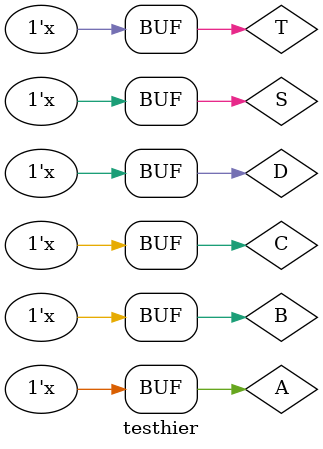
<source format=v>
`timescale 1ns/1ps

module decoder2_2_4(input S1,input S0,output O0,output O1,output O2,output O3);
  assign O0 = ~S1 & ~S0;
  assign O1 = ~S1 &  S0;
  assign O2 =  S1 & ~S0;
  assign O3 =  S1 &  S0;
endmodule

module mux4_2_1_decoder_based(input A,B,C,D,input S,T,output O);
  wire D0,D1,D2,D3;
  wire P1,P2,P3,P4;
  decoder2_2_4 dec (S,T,D0,D1,D2,D3);
  and (P1, D0, A);
  and (P2, D1, B);
  and (P3, D2, C);
  and (P4, D3, D);
  or  (O, P1,P2,P3,P4);
endmodule

module testhier;
  reg A,B,C,D;
  reg S,T;
  wire O;

  mux4_2_1_decoder_based dut (A,B,C,D,S,T,O);

  initial begin A=0;B=0;C=0;D=0;S=0;T=0; end
  always #20  A=~A;
  always #40  B=~B;
  always #80  C=~C;
  always #160 D=~D;

  always #1000 T=~T;
  always #2000 S=~S;
endmodule

</source>
